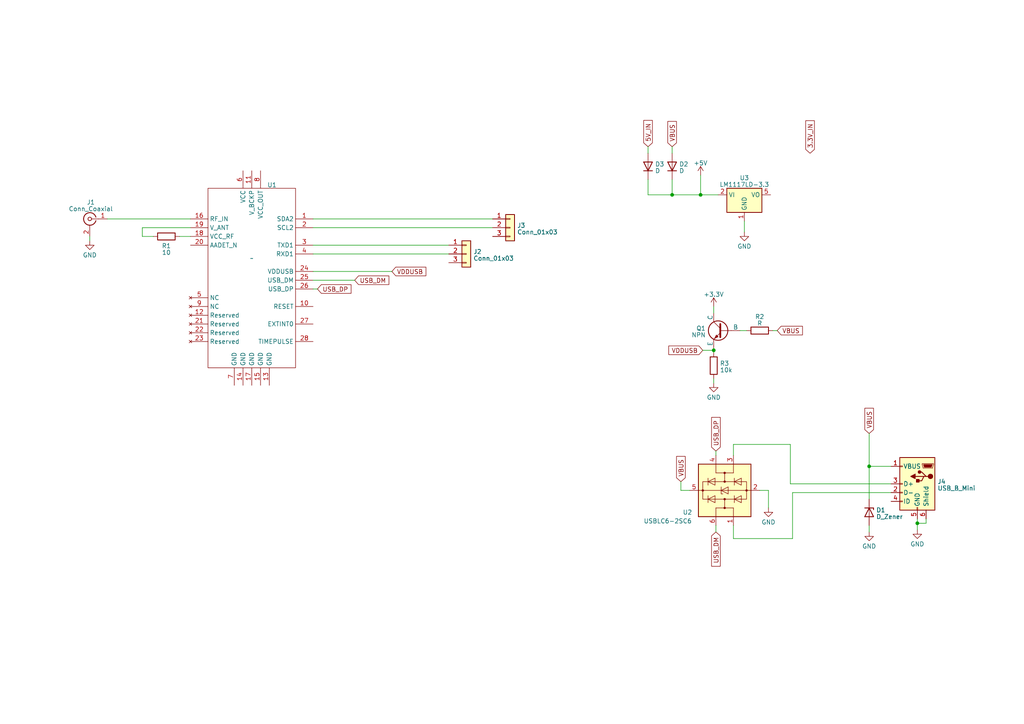
<source format=kicad_sch>
(kicad_sch (version 20230121) (generator eeschema)
  (paper "A4")
  (lib_symbols
    (symbol "Connector:Conn_Coaxial" (pin_names (offset 1.016) hide)
      (property "Reference" "J" (at 0.254 3.048 0))
      (property "Value" "Conn_Coaxial" (at 2.921 0 90))
      (symbol "Conn_Coaxial_0_1"
        (arc (start -1.778 -0.508) (mid 0.2311 -1.8066) (end 1.778 0) (stroke (width 0.254)))
        (polyline (pts (xy -2.54 0) (xy -0.508 0)))
        (polyline (pts (xy 0 -2.54) (xy 0 -1.778)))
        (circle (center 0 0) (radius 0.508) (stroke (width 0.2032)))
        (arc (start 1.778 0) (mid 0.2099 1.8101) (end -1.778 0.508) (stroke (width 0.254)))
      )
      (symbol "Conn_Coaxial_1_1"
        (pin passive line (at -5.08 0 0) (length 2.54) (name "In") (number "1"))
        (pin passive line (at 0 -5.08 90) (length 2.54) (name "Ext") (number "2"))
      )
    )
    (symbol "Connector:USB_B_Mini" (pin_names (offset 1.016))
      (property "Reference" "J" (at -5.08 11.43 0))
      (property "Value" "USB_B_Mini" (at -5.08 8.89 0))
      (symbol "USB_B_Mini_0_1"
        (rectangle (start -5.08 -7.62) (end 5.08 7.62) (stroke (width 0.254)) (fill (type background)))
        (circle (center -3.81 2.159) (radius 0.635) (stroke (width 0.254)) (fill (type outline)))
        (circle (center -0.635 3.429) (radius 0.381) (stroke (width 0.254)) (fill (type outline)))
        (rectangle (start -0.127 -7.62) (end 0.127 -6.858))
        (polyline (pts (xy -1.905 2.159) (xy 0.635 2.159)) (stroke (width 0.254)))
        (polyline (pts (xy -3.175 2.159) (xy -2.54 2.159) (xy -1.27 3.429) (xy -0.635 3.429)) (stroke (width 0.254)))
        (polyline (pts (xy -2.54 2.159) (xy -1.905 2.159) (xy -1.27 0.889) (xy 0 0.889)) (stroke (width 0.254)))
        (polyline (pts (xy 0.635 2.794) (xy 0.635 1.524) (xy 1.905 2.159) (xy 0.635 2.794)) (stroke (width 0.254)) (fill (type outline)))
        (polyline (pts (xy -4.318 5.588) (xy -1.778 5.588) (xy -2.032 4.826) (xy -4.064 4.826) (xy -4.318 5.588)) (fill (type outline)))
        (polyline (pts (xy -4.699 5.842) (xy -4.699 5.588) (xy -4.445 4.826) (xy -4.445 4.572) (xy -1.651 4.572) (xy -1.651 4.826) (xy -1.397 5.588) (xy -1.397 5.842) (xy -4.699 5.842)))
        (rectangle (start 0.254 1.27) (end -0.508 0.508) (stroke (width 0.254)) (fill (type outline)))
        (rectangle (start 5.08 -5.207) (end 4.318 -4.953))
        (rectangle (start 5.08 -2.667) (end 4.318 -2.413))
        (rectangle (start 5.08 -0.127) (end 4.318 0.127))
        (rectangle (start 5.08 4.953) (end 4.318 5.207))
      )
      (symbol "USB_B_Mini_1_1"
        (pin power_out line (at 7.62 5.08 180) (length 2.54) (name "VBUS") (number "1"))
        (pin bidirectional line (at 7.62 -2.54 180) (length 2.54) (name "D-") (number "2"))
        (pin bidirectional line (at 7.62 0 180) (length 2.54) (name "D+") (number "3"))
        (pin passive line (at 7.62 -5.08 180) (length 2.54) (name "ID") (number "4"))
        (pin power_out line (at 0 -10.16 90) (length 2.54) (name "GND") (number "5"))
        (pin passive line (at -2.54 -10.16 90) (length 2.54) (name "Shield") (number "6"))
      )
    )
    (symbol "Connector_Generic:Conn_01x03" (pin_names (offset 1.016) hide)
      (property "Reference" "J" (at 0 5.08 0))
      (property "Value" "Conn_01x03" (at 0 -5.08 0))
      (symbol "Conn_01x03_1_1"
        (rectangle (start -1.27 -2.413) (end 0 -2.667) (stroke (width 0.1524)))
        (rectangle (start -1.27 0.127) (end 0 -0.127) (stroke (width 0.1524)))
        (rectangle (start -1.27 2.667) (end 0 2.413) (stroke (width 0.1524)))
        (rectangle (start -1.27 3.81) (end 1.27 -3.81) (stroke (width 0.254)) (fill (type background)))
        (pin passive line (at -5.08 2.54 0) (length 3.81) (name "Pin_1") (number "1"))
        (pin passive line (at -5.08 0 0) (length 3.81) (name "Pin_2") (number "2"))
        (pin passive line (at -5.08 -2.54 0) (length 3.81) (name "Pin_3") (number "3"))
      )
    )
    (symbol "Device:D" (pin_numbers hide) (pin_names (offset 1.016) hide)
      (property "Reference" "D" (at 0 2.54 0))
      (property "Value" "D" (at 0 -2.54 0))
      (symbol "D_0_1"
        (polyline (pts (xy -1.27 1.27) (xy -1.27 -1.27)) (stroke (width 0.254)))
        (polyline (pts (xy 1.27 0) (xy -1.27 0)))
        (polyline (pts (xy 1.27 1.27) (xy 1.27 -1.27) (xy -1.27 0) (xy 1.27 1.27)) (stroke (width 0.254)))
      )
      (symbol "D_1_1"
        (pin passive line (at -3.81 0 0) (length 2.54) (name "K") (number "1"))
        (pin passive line (at 3.81 0 180) (length 2.54) (name "A") (number "2"))
      )
    )
    (symbol "Device:D_Zener" (pin_numbers hide) (pin_names (offset 1.016) hide)
      (property "Reference" "D" (at 0 2.54 0))
      (property "Value" "D_Zener" (at 0 -2.54 0))
      (symbol "D_Zener_0_1"
        (polyline (pts (xy 1.27 0) (xy -1.27 0)))
        (polyline (pts (xy -1.27 -1.27) (xy -1.27 1.27) (xy -0.762 1.27)) (stroke (width 0.254)))
        (polyline (pts (xy 1.27 -1.27) (xy 1.27 1.27) (xy -1.27 0) (xy 1.27 -1.27)) (stroke (width 0.254)))
      )
      (symbol "D_Zener_1_1"
        (pin passive line (at -3.81 0 0) (length 2.54) (name "K") (number "1"))
        (pin passive line (at 3.81 0 180) (length 2.54) (name "A") (number "2"))
      )
    )
    (symbol "Device:R" (pin_numbers hide) (pin_names (offset 0))
      (property "Reference" "R" (at 2.032 0 90))
      (property "Value" "R" (at 0 0 90))
      (symbol "R_0_1"
        (rectangle (start -1.016 -2.54) (end 1.016 2.54) (stroke (width 0.254)))
      )
      (symbol "R_1_1"
        (pin passive line (at 0 3.81 270) (length 1.27) (name "~") (number "1"))
        (pin passive line (at 0 -3.81 90) (length 1.27) (name "~") (number "2"))
      )
    )
    (symbol "Power_Protection:USBLC6-2SC6" (pin_names hide)
      (property "Reference" "U" (at 2.54 8.89 0))
      (property "Value" "USBLC6-2SC6" (at 2.54 -8.89 0))
      (symbol "USBLC6-2SC6_0_1"
        (rectangle (start -7.62 -7.62) (end 7.62 7.62) (stroke (width 0.254)) (fill (type background)))
        (circle (center -5.08 0) (radius 0.254) (fill (type outline)))
        (circle (center -2.54 0) (radius 0.254) (fill (type outline)))
        (rectangle (start -2.54 6.35) (end 2.54 -6.35))
        (circle (center 0 -6.35) (radius 0.254) (fill (type outline)))
        (polyline (pts (xy -5.08 -2.54) (xy -7.62 -2.54)))
        (polyline (pts (xy -5.08 0) (xy -5.08 -2.54)))
        (polyline (pts (xy -5.08 2.54) (xy -7.62 2.54)))
        (polyline (pts (xy -1.524 -2.794) (xy -3.556 -2.794)))
        (polyline (pts (xy -1.524 4.826) (xy -3.556 4.826)))
        (polyline (pts (xy 0 -7.62) (xy 0 -6.35)))
        (polyline (pts (xy 0 -6.35) (xy 0 1.27)))
        (polyline (pts (xy 0 1.27) (xy 0 6.35)))
        (polyline (pts (xy 0 6.35) (xy 0 7.62)))
        (polyline (pts (xy 1.524 -2.794) (xy 3.556 -2.794)))
        (polyline (pts (xy 1.524 4.826) (xy 3.556 4.826)))
        (polyline (pts (xy 5.08 -2.54) (xy 7.62 -2.54)))
        (polyline (pts (xy 5.08 0) (xy 5.08 -2.54)))
        (polyline (pts (xy 5.08 2.54) (xy 7.62 2.54)))
        (polyline (pts (xy -2.54 0) (xy -5.08 0) (xy -5.08 2.54)))
        (polyline (pts (xy 2.54 0) (xy 5.08 0) (xy 5.08 2.54)))
        (polyline (pts (xy -3.556 -4.826) (xy -1.524 -4.826) (xy -2.54 -2.794) (xy -3.556 -4.826)))
        (polyline (pts (xy -3.556 2.794) (xy -1.524 2.794) (xy -2.54 4.826) (xy -3.556 2.794)))
        (polyline (pts (xy -1.016 -1.016) (xy 1.016 -1.016) (xy 0 1.016) (xy -1.016 -1.016)))
        (polyline (pts (xy 1.016 1.016) (xy 0.762 1.016) (xy -1.016 1.016) (xy -1.016 0.508)))
        (polyline (pts (xy 3.556 -4.826) (xy 1.524 -4.826) (xy 2.54 -2.794) (xy 3.556 -4.826)))
        (polyline (pts (xy 3.556 2.794) (xy 1.524 2.794) (xy 2.54 4.826) (xy 3.556 2.794)))
        (circle (center 0 6.35) (radius 0.254) (fill (type outline)))
        (circle (center 2.54 0) (radius 0.254) (fill (type outline)))
        (circle (center 5.08 0) (radius 0.254) (fill (type outline)))
      )
      (symbol "USBLC6-2SC6_1_1"
        (pin passive line (at -10.16 -2.54 0) (length 2.54) (name "I/O1") (number "1"))
        (pin passive line (at 0 -10.16 90) (length 2.54) (name "GND") (number "2"))
        (pin passive line (at 10.16 -2.54 180) (length 2.54) (name "I/O2") (number "3"))
        (pin passive line (at 10.16 2.54 180) (length 2.54) (name "I/O2") (number "4"))
        (pin passive line (at 0 10.16 270) (length 2.54) (name "VBUS") (number "5"))
        (pin passive line (at -10.16 2.54 0) (length 2.54) (name "I/O1") (number "6"))
      )
    )
    (symbol "Regulator_Linear:LM1117LD-3.3"
      (property "Reference" "U" (at -3.81 3.175 0))
      (property "Value" "LM1117LD-3.3" (at 0 3.175 0))
      (symbol "LM1117LD-3.3_0_1"
        (rectangle (start -5.08 -5.08) (end 5.08 1.905) (stroke (width 0.254)) (fill (type background)))
      )
      (symbol "LM1117LD-3.3_1_1"
        (pin power_in line (at 0 -7.62 90) (length 2.54) (name "GND") (number "1"))
        (pin power_in line (at -7.62 0 0) (length 2.54) (name "VI") (number "2"))
        (pin passive line (at -7.62 0 0) (length 2.54) hide (name "VI") (number "3"))
        (pin passive line (at -7.62 0 0) (length 2.54) hide (name "VI") (number "4"))
        (pin power_out line (at 7.62 0 180) (length 2.54) (name "VO") (number "5"))
        (pin passive line (at 7.62 0 180) (length 2.54) hide (name "VO") (number "6"))
        (pin passive line (at 7.62 0 180) (length 2.54) hide (name "VO") (number "7"))
        (pin no_connect line (at 5.08 -2.54 180) (length 2.54) hide (name "NC") (number "8"))
        (pin passive line (at 7.62 0 180) (length 2.54) hide (name "VO") (number "9"))
      )
    )
    (symbol "Simulation_SPICE:NPN" (pin_numbers hide) (pin_names (offset 0))
      (property "Reference" "Q" (at -2.54 7.62 0))
      (property "Value" "NPN" (at -2.54 5.08 0))
      (symbol "NPN_0_1"
        (polyline (pts (xy -2.54 0) (xy 0.635 0)) (stroke (width 0.1524)))
        (polyline (pts (xy 0.635 0.635) (xy 2.54 2.54)))
        (polyline (pts (xy 2.794 -1.27) (xy 2.794 -1.27)) (stroke (width 0.1524)))
        (polyline (pts (xy 2.794 -1.27) (xy 2.794 -1.27)) (stroke (width 0.1524)))
        (polyline (pts (xy 0.635 -0.635) (xy 2.54 -2.54) (xy 2.54 -2.54)))
        (polyline (pts (xy 0.635 1.905) (xy 0.635 -1.905) (xy 0.635 -1.905)) (stroke (width 0.508)))
        (polyline (pts (xy 1.27 -1.778) (xy 1.778 -1.27) (xy 2.286 -2.286) (xy 1.27 -1.778) (xy 1.27 -1.778)) (fill (type outline)))
        (circle (center 1.27 0) (radius 2.8194) (stroke (width 0.254)))
      )
      (symbol "NPN_1_1"
        (pin open_collector line (at 2.54 5.08 270) (length 2.54) (name "C") (number "1"))
        (pin input line (at -5.08 0 0) (length 2.54) (name "B") (number "2"))
        (pin open_emitter line (at 2.54 -5.08 90) (length 2.54) (name "E") (number "3"))
      )
    )
    (symbol "power:+3.3V" (power) (pin_names (offset 0))
      (property "Value" "+3.3V" (at 0 3.556 0))
      (symbol "+3.3V_0_1"
        (polyline (pts (xy -0.762 1.27) (xy 0 2.54)))
        (polyline (pts (xy 0 0) (xy 0 2.54)))
        (polyline (pts (xy 0 2.54) (xy 0.762 1.27)))
      )
      (symbol "+3.3V_1_1"
        (pin power_in line (at 0 0 90) (length 0) hide (name "+3.3V") (number "1"))
      )
    )
    (symbol "power:+5V" (power) (pin_names (offset 0))
      (property "Value" "+5V" (at 0 3.556 0))
      (symbol "+5V_0_1"
        (polyline (pts (xy -0.762 1.27) (xy 0 2.54)))
        (polyline (pts (xy 0 0) (xy 0 2.54)))
        (polyline (pts (xy 0 2.54) (xy 0.762 1.27)))
      )
      (symbol "+5V_1_1"
        (pin power_in line (at 0 0 90) (length 0) hide (name "+5V") (number "1"))
      )
    )
    (symbol "power:GND" (power) (pin_names (offset 0))
      (property "Value" "GND" (at 0 -3.81 0))
      (symbol "GND_0_1"
        (polyline (pts (xy 0 0) (xy 0 -1.27) (xy 1.27 -1.27) (xy 0 -2.54) (xy -1.27 -1.27) (xy 0 -1.27)))
      )
      (symbol "GND_1_1"
        (pin power_in line (at 0 0 270) (length 0) hide (name "GND") (number "1"))
      )
    )
    (symbol "ublox-lea-6h:ublox-lea-6h"
      (property "Reference" "U" (at 0 0 0))
      (symbol "ublox-lea-6h_1_1"
        (rectangle (start -12.7 26.67) (end 12.7 -25.4))
        (pin bidirectional line (at 17.78 17.78 180) (length 5.08) (name "SDA2") (number "1"))
        (pin input line (at 17.78 -7.62 180) (length 5.08) (name "RESET") (number "10"))
        (pin power_in line (at 0 31.75 270) (length 5.08) (name "V_BCKP") (number "11"))
        (pin no_connect line (at -17.78 -10.16 0) (length 5.08) (name "Reserved") (number "12"))
        (pin power_in line (at 5.08 -30.48 90) (length 5.08) (name "GND") (number "13"))
        (pin power_in line (at -2.54 -30.48 90) (length 5.08) (name "GND") (number "14"))
        (pin power_in line (at 2.54 -30.48 90) (length 5.08) (name "GND") (number "15"))
        (pin input line (at -17.78 17.78 0) (length 5.08) (name "RF_IN") (number "16"))
        (pin power_in line (at 0 -30.48 90) (length 5.08) (name "GND") (number "17"))
        (pin power_in line (at -17.78 12.7 0) (length 5.08) (name "VCC_RF") (number "18"))
        (pin power_in line (at -17.78 15.24 0) (length 5.08) (name "V_ANT") (number "19"))
        (pin input line (at 17.78 15.24 180) (length 5.08) (name "SCL2") (number "2"))
        (pin input line (at -17.78 10.16 0) (length 5.08) (name "AADET_N") (number "20"))
        (pin no_connect line (at -17.78 -12.7 0) (length 5.08) (name "Reserved") (number "21"))
        (pin no_connect line (at -17.78 -15.24 0) (length 5.08) (name "Reserved") (number "22"))
        (pin no_connect line (at -17.78 -17.78 0) (length 5.08) (name "Reserved") (number "23"))
        (pin power_in line (at 17.78 2.54 180) (length 5.08) (name "VDDUSB") (number "24"))
        (pin bidirectional line (at 17.78 0 180) (length 5.08) (name "USB_DM") (number "25"))
        (pin bidirectional line (at 17.78 -2.54 180) (length 5.08) (name "USB_DP") (number "26"))
        (pin input line (at 17.78 -12.7 180) (length 5.08) (name "EXTINT0") (number "27"))
        (pin output line (at 17.78 -17.78 180) (length 5.08) (name "TIMEPULSE") (number "28"))
        (pin output line (at 17.78 10.16 180) (length 5.08) (name "TXD1") (number "3"))
        (pin input line (at 17.78 7.62 180) (length 5.08) (name "RXD1") (number "4"))
        (pin no_connect line (at -17.78 -5.08 0) (length 5.08) (name "NC") (number "5"))
        (pin power_in line (at -2.54 31.75 270) (length 5.08) (name "VCC") (number "6"))
        (pin power_in line (at -5.08 -30.48 90) (length 5.08) (name "GND") (number "7"))
        (pin power_out line (at 2.54 31.75 270) (length 5.08) (name "VCC_OUT") (number "8"))
        (pin no_connect line (at -17.78 -7.62 0) (length 5.08) (name "NC") (number "9"))
      )
    )
  )
  (junction (at 194.945 56.515))
  (junction (at 207.01 101.6))
  (junction (at 203.2 56.515))
  (junction (at 252.095 135.255))
  (junction (at 266.065 151.765))
  (wire (pts (xy 200.025 142.24) (xy 197.485 142.24)))
  (wire (pts (xy 90.805 71.12) (xy 130.175 71.12)))
  (wire (pts (xy 203.2 56.515) (xy 208.28 56.515)))
  (wire (pts (xy 55.245 66.04) (xy 41.275 66.04)))
  (wire (pts (xy 90.805 73.66) (xy 130.175 73.66)))
  (wire (pts (xy 207.01 101.6) (xy 207.01 102.235)))
  (wire (pts (xy 90.805 81.28) (xy 102.87 81.28)))
  (wire (pts (xy 222.885 142.24) (xy 222.885 147.32)))
  (wire (pts (xy 214.63 95.885) (xy 216.535 95.885)))
  (wire (pts (xy 197.485 142.24) (xy 197.485 139.7)))
  (wire (pts (xy 207.01 109.855) (xy 207.01 111.125)))
  (wire (pts (xy 252.095 135.255) (xy 258.445 135.255)))
  (wire (pts (xy 187.96 52.07) (xy 187.96 56.515)))
  (wire (pts (xy 187.96 56.515) (xy 194.945 56.515)))
  (wire (pts (xy 90.805 78.74) (xy 113.665 78.74)))
  (wire (pts (xy 266.065 150.495) (xy 266.065 151.765)))
  (wire (pts (xy 26.035 68.58) (xy 26.035 69.85)))
  (wire (pts (xy 266.065 151.765) (xy 266.065 153.67)))
  (wire (pts (xy 207.645 130.81) (xy 207.645 132.08)))
  (wire (pts (xy 224.155 95.885) (xy 225.425 95.885)))
  (wire (pts (xy 229.235 140.335) (xy 229.235 128.905)))
  (wire (pts (xy 194.945 42.545) (xy 194.945 44.45)))
  (wire (pts (xy 194.945 52.07) (xy 194.945 56.515)))
  (wire (pts (xy 252.095 125.73) (xy 252.095 135.255)))
  (wire (pts (xy 258.445 140.335) (xy 229.235 140.335)))
  (wire (pts (xy 207.01 88.9) (xy 207.01 90.805)))
  (wire (pts (xy 212.725 156.21) (xy 229.87 156.21)))
  (wire (pts (xy 187.96 42.545) (xy 187.96 44.45)))
  (wire (pts (xy 215.9 64.135) (xy 215.9 67.31)))
  (wire (pts (xy 268.605 151.765) (xy 268.605 150.495)))
  (wire (pts (xy 207.645 152.4) (xy 207.645 154.305)))
  (wire (pts (xy 90.805 66.04) (xy 142.875 66.04)))
  (wire (pts (xy 90.805 83.82) (xy 92.075 83.82)))
  (wire (pts (xy 229.87 142.875) (xy 258.445 142.875)))
  (wire (pts (xy 252.095 135.255) (xy 252.095 144.78)))
  (wire (pts (xy 52.07 68.58) (xy 55.245 68.58)))
  (wire (pts (xy 266.065 151.765) (xy 268.605 151.765)))
  (wire (pts (xy 41.275 68.58) (xy 44.45 68.58)))
  (wire (pts (xy 194.945 56.515) (xy 203.2 56.515)))
  (wire (pts (xy 90.805 63.5) (xy 142.875 63.5)))
  (wire (pts (xy 220.345 142.24) (xy 222.885 142.24)))
  (wire (pts (xy 229.87 156.21) (xy 229.87 142.875)))
  (wire (pts (xy 212.725 128.905) (xy 212.725 132.08)))
  (wire (pts (xy 252.095 152.4) (xy 252.095 154.305)))
  (wire (pts (xy 207.01 100.965) (xy 207.01 101.6)))
  (wire (pts (xy 229.235 128.905) (xy 212.725 128.905)))
  (wire (pts (xy 31.115 63.5) (xy 55.245 63.5)))
  (wire (pts (xy 203.835 101.6) (xy 207.01 101.6)))
  (wire (pts (xy 203.2 50.8) (xy 203.2 56.515)))
  (wire (pts (xy 41.275 66.04) (xy 41.275 68.58)))
  (wire (pts (xy 212.725 152.4) (xy 212.725 156.21)))
  (global_label "VDDUSB" (shape input) (at 203.835 101.6 180) (property "Intersheetrefs" "${INTERSHEET_REFS}" (effects hide)))
  (global_label "VBUS" (shape input) (at 225.425 95.885 0) (property "Intersheetrefs" "${INTERSHEET_REFS}" (effects hide)))
  (global_label "5V_IN" (shape input) (at 187.96 42.545 90) (property "Intersheetrefs" "${INTERSHEET_REFS}" (effects hide)))
  (global_label "VBUS" (shape input) (at 197.485 139.7 90) (property "Intersheetrefs" "${INTERSHEET_REFS}" (effects hide)))
  (global_label "3.3V_IN" (shape input) (at 234.95 44.45 90) (property "Intersheetrefs" "${INTERSHEET_REFS}" (effects hide)))
  (global_label "VBUS" (shape input) (at 194.945 42.545 90) (property "Intersheetrefs" "${INTERSHEET_REFS}" (effects hide)))
  (global_label "USB_DP" (shape input) (at 207.645 130.81 90) (property "Intersheetrefs" "${INTERSHEET_REFS}" (effects hide)))
  (global_label "VDDUSB" (shape input) (at 113.665 78.74 0) (property "Intersheetrefs" "${INTERSHEET_REFS}" (effects hide)))
  (global_label "USB_DM" (shape input) (at 102.87 81.28 0) (property "Intersheetrefs" "${INTERSHEET_REFS}" (effects hide)))
  (global_label "VBUS" (shape input) (at 252.095 125.73 90) (property "Intersheetrefs" "${INTERSHEET_REFS}" (effects hide)))
  (global_label "USB_DP" (shape input) (at 92.075 83.82 0) (property "Intersheetrefs" "${INTERSHEET_REFS}" (effects hide)))
  (global_label "USB_DM" (shape input) (at 207.645 154.305 270) (property "Intersheetrefs" "${INTERSHEET_REFS}" (effects hide)))
  (symbol (lib_id "Connector:Conn_Coaxial") (at 26.035 63.5 0) (mirror y) (unit 1)
    (property "Reference" "J1" (at 26.3524 58.6635 0))
    (property "Value" "Conn_Coaxial" (at 26.3524 60.5845 0))
    (property "Datasheet" " ~" (effects hide))
  )
  (symbol (lib_id "power:GND") (at 26.035 69.85 0) (unit 1)
    (property "Reference" "#PWR01" (effects hide))
    (property "Value" "GND" (at 26.035 73.9855 0))
  )
  (symbol (lib_id "Device:D_Zener") (at 252.095 148.59 270) (unit 1)
    (property "Reference" "D1" (at 254.127 147.9463 90) (effects (justify left)))
    (property "Value" "D_Zener" (at 254.127 149.8673 90) (effects (justify left)))
  )
  (symbol (lib_id "Connector:USB_B_Mini") (at 266.065 140.335 0) (mirror y) (unit 1)
    (property "Reference" "J4" (at 271.907 139.6913 0) (effects (justify right)))
    (property "Value" "USB_B_Mini" (at 271.907 141.6123 0) (effects (justify right)))
  )
  (symbol (lib_id "power:GND") (at 207.01 111.125 0) (unit 1)
    (property "Reference" "#PWR06" (effects hide))
    (property "Value" "GND" (at 207.01 115.2605 0))
  )
  (symbol (lib_id "ublox-lea-6h:ublox-lea-6h") (at 73.025 81.28 0) (unit 1)
    (property "Reference" "U1" (at 77.5209 53.6481 0) (effects (justify left)))
    (property "Value" "~" (at 73.025 74.93 0))
  )
  (symbol (lib_id "Device:R") (at 220.345 95.885 90) (unit 1)
    (property "Reference" "R2" (at 220.345 91.8591 90))
    (property "Value" "R" (at 220.345 93.7801 90))
  )
  (symbol (lib_id "Device:D") (at 187.96 48.26 90) (unit 1)
    (property "Reference" "D3" (at 189.992 47.6163 90) (effects (justify right)))
    (property "Value" "D" (at 189.992 49.5373 90) (effects (justify right)))
    (property "Sim.Device" "D" (effects hide))
    (property "Sim.Pins" "1=K 2=A" (effects hide))
  )
  (symbol (lib_id "Connector_Generic:Conn_01x03") (at 147.955 66.04 0) (unit 1)
    (property "Reference" "J3" (at 149.987 65.3963 0) (effects (justify left)))
    (property "Value" "Conn_01x03" (at 149.987 67.3173 0) (effects (justify left)))
  )
  (symbol (lib_id "Device:D") (at 194.945 48.26 90) (unit 1)
    (property "Reference" "D2" (at 196.977 47.6163 90) (effects (justify right)))
    (property "Value" "D" (at 196.977 49.5373 90) (effects (justify right)))
    (property "Sim.Device" "D" (effects hide))
    (property "Sim.Pins" "1=K 2=A" (effects hide))
  )
  (symbol (lib_id "Device:R") (at 48.26 68.58 90) (unit 1)
    (property "Reference" "R1" (at 48.26 71.3185 90))
    (property "Value" "10" (at 48.26 73.2395 90))
  )
  (symbol (lib_id "Regulator_Linear:LM1117LD-3.3") (at 215.9 56.515 0) (unit 1)
    (property "Reference" "U3" (at 215.9 51.6001 0))
    (property "Value" "LM1117LD-3.3" (at 215.9 53.5211 0))
    (property "Footprint" "Package_SON:WSON-8-1EP_4x4mm_P0.8mm_EP2.2x3mm" (effects hide))
    (property "Datasheet" "http://www.ti.com/lit/ds/symlink/lm1117.pdf" (effects hide))
  )
  (symbol (lib_id "power:GND") (at 252.095 154.305 0) (unit 1)
    (property "Reference" "#PWR04" (effects hide))
    (property "Value" "GND" (at 252.095 158.4405 0))
  )
  (symbol (lib_id "power:+5V") (at 203.2 50.8 0) (unit 1)
    (property "Reference" "#PWR08" (effects hide))
    (property "Value" "+5V" (at 203.2 47.2981 0))
  )
  (symbol (lib_id "power:+3.3V") (at 207.01 88.9 0) (unit 1)
    (property "Reference" "#PWR07" (effects hide))
    (property "Value" "+3.3V" (at 207.01 85.3981 0))
  )
  (symbol (lib_id "Device:R") (at 207.01 106.045 180) (unit 1)
    (property "Reference" "R3" (at 208.788 105.4013 0) (effects (justify right)))
    (property "Value" "10k" (at 208.788 107.3223 0) (effects (justify right)))
  )
  (symbol (lib_id "Connector_Generic:Conn_01x03") (at 135.255 73.66 0) (unit 1)
    (property "Reference" "J2" (at 137.287 73.0163 0) (effects (justify left)))
    (property "Value" "Conn_01x03" (at 137.287 74.9373 0) (effects (justify left)))
  )
  (symbol (lib_id "power:GND") (at 215.9 67.31 0) (unit 1)
    (property "Reference" "#PWR05" (effects hide))
    (property "Value" "GND" (at 215.9 71.4455 0))
  )
  (symbol (lib_id "Power_Protection:USBLC6-2SC6") (at 210.185 142.24 90) (unit 1)
    (property "Reference" "U2" (at 199.39 148.59 90))
    (property "Value" "USBLC6-2SC6" (at 193.675 151.13 90))
    (property "Footprint" "Package_TO_SOT_SMD:SOT-23-6" (effects hide))
    (property "Datasheet" "https://www.st.com/resource/en/datasheet/usblc6-2.pdf" (effects hide))
  )
  (symbol (lib_id "Simulation_SPICE:NPN") (at 209.55 95.885 0) (mirror y) (unit 1)
    (property "Reference" "Q1" (at 204.6986 95.2413 0) (effects (justify left)))
    (property "Value" "NPN" (at 204.6986 97.1623 0) (effects (justify left)))
    (property "Sim.Device" "NPN" (effects hide))
    (property "Sim.Type" "GUMMELPOON" (effects hide))
    (property "Sim.Pins" "1=C 2=B 3=E" (effects hide))
  )
  (symbol (lib_id "power:GND") (at 222.885 147.32 0) (unit 1)
    (property "Reference" "#PWR03" (effects hide))
    (property "Value" "GND" (at 222.885 151.4555 0))
  )
  (symbol (lib_id "power:GND") (at 266.065 153.67 0) (unit 1)
    (property "Reference" "#PWR02" (effects hide))
    (property "Value" "GND" (at 266.065 157.8055 0))
  )
)
</source>
